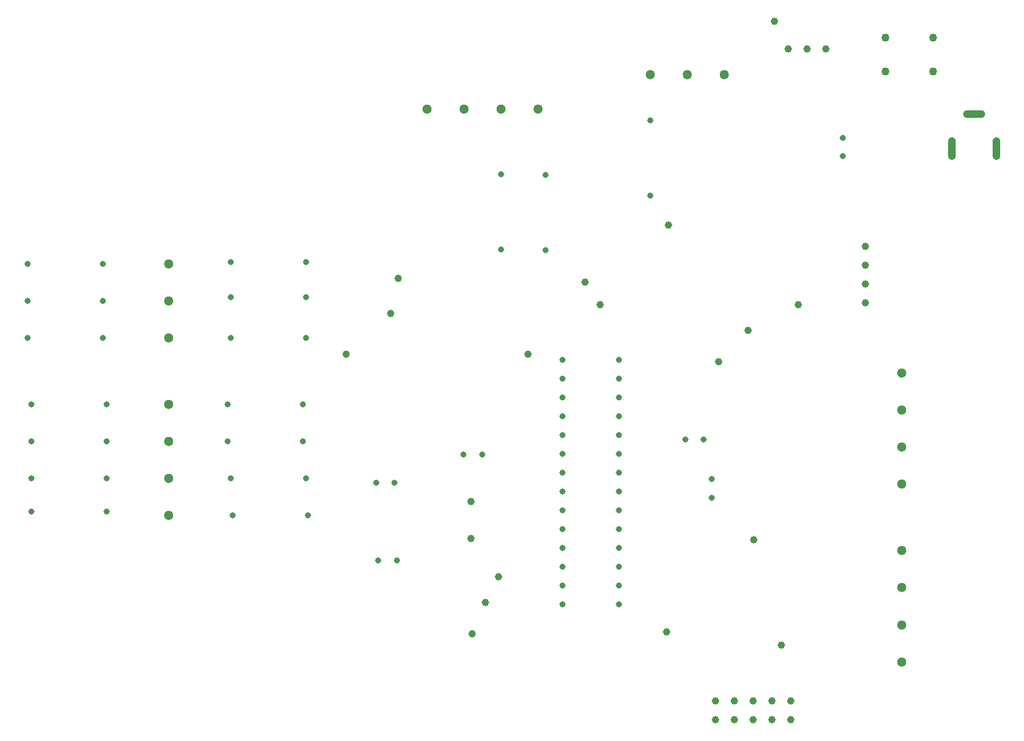
<source format=gbr>
%TF.GenerationSoftware,KiCad,Pcbnew,9.0.1*%
%TF.CreationDate,2025-09-08T03:32:08-04:00*%
%TF.ProjectId,SNAKE_GAME,534e414b-455f-4474-914d-452e6b696361,rev?*%
%TF.SameCoordinates,Original*%
%TF.FileFunction,Plated,1,2,PTH,Mixed*%
%TF.FilePolarity,Positive*%
%FSLAX46Y46*%
G04 Gerber Fmt 4.6, Leading zero omitted, Abs format (unit mm)*
G04 Created by KiCad (PCBNEW 9.0.1) date 2025-09-08 03:32:08*
%MOMM*%
%LPD*%
G01*
G04 APERTURE LIST*
%TA.AperFunction,ComponentDrill*%
%ADD10C,0.800000*%
%TD*%
%TA.AperFunction,ViaDrill*%
%ADD11C,1.000000*%
%TD*%
%TA.AperFunction,ComponentDrill*%
%ADD12C,1.000000*%
%TD*%
G04 aperture for slot hole*
%TA.AperFunction,ComponentDrill*%
%ADD13C,1.000000*%
%TD*%
%TA.AperFunction,ComponentDrill*%
%ADD14C,1.100000*%
%TD*%
%TA.AperFunction,ComponentDrill*%
%ADD15C,1.300000*%
%TD*%
G04 APERTURE END LIST*
D10*
%TO.C,R16*%
X13920000Y67250000D03*
%TO.C,R15*%
X13920000Y62250000D03*
%TO.C,R14*%
X13920000Y57250000D03*
%TO.C,R20*%
X14420000Y48250000D03*
%TO.C,R19*%
X14420000Y43250000D03*
%TO.C,R18*%
X14420000Y38250000D03*
%TO.C,R17*%
X14420000Y33750000D03*
%TO.C,R16*%
X24080000Y67250000D03*
%TO.C,R15*%
X24080000Y62250000D03*
%TO.C,R14*%
X24080000Y57250000D03*
%TO.C,R20*%
X24580000Y48250000D03*
%TO.C,R19*%
X24580000Y43250000D03*
%TO.C,R18*%
X24580000Y38250000D03*
%TO.C,R17*%
X24580000Y33750000D03*
%TO.C,R2*%
X40920000Y48250000D03*
%TO.C,R3*%
X40920000Y43250000D03*
%TO.C,R6*%
X41420000Y67500000D03*
%TO.C,R7*%
X41420000Y62750000D03*
%TO.C,R13*%
X41420000Y57250000D03*
%TO.C,R4*%
X41420000Y38250000D03*
%TO.C,R5*%
X41670000Y33250000D03*
%TO.C,R2*%
X51080000Y48250000D03*
%TO.C,R3*%
X51080000Y43250000D03*
%TO.C,R6*%
X51580000Y67500000D03*
%TO.C,R7*%
X51580000Y62750000D03*
%TO.C,R13*%
X51580000Y57250000D03*
%TO.C,R4*%
X51580000Y38250000D03*
%TO.C,R5*%
X51830000Y33250000D03*
%TO.C,C2*%
X61020113Y37640000D03*
%TO.C,C3*%
X61315000Y27140000D03*
%TO.C,C2*%
X63520113Y37640000D03*
%TO.C,C3*%
X63815000Y27140000D03*
%TO.C,C4*%
X72794888Y41500000D03*
X75294888Y41500000D03*
%TO.C,R21*%
X77875000Y79285000D03*
X77875000Y69125000D03*
%TO.C,R22*%
X83875000Y79205000D03*
X83875000Y69045000D03*
%TO.C,U1*%
X86195000Y54260000D03*
X86195000Y51720000D03*
X86195000Y49180000D03*
X86195000Y46640000D03*
X86195000Y44100000D03*
X86195000Y41560000D03*
X86195000Y39020000D03*
X86195000Y36480000D03*
X86195000Y33940000D03*
X86195000Y31400000D03*
X86195000Y28860000D03*
X86195000Y26320000D03*
X86195000Y23780000D03*
X86195000Y21240000D03*
X93815000Y54260000D03*
X93815000Y51720000D03*
X93815000Y49180000D03*
X93815000Y46640000D03*
X93815000Y44100000D03*
X93815000Y41560000D03*
X93815000Y39020000D03*
X93815000Y36480000D03*
X93815000Y33940000D03*
X93815000Y31400000D03*
X93815000Y28860000D03*
X93815000Y26320000D03*
X93815000Y23780000D03*
X93815000Y21240000D03*
%TO.C,R24*%
X98000000Y86580000D03*
X98000000Y76420000D03*
%TO.C,C5*%
X102750000Y43500000D03*
X105250000Y43500000D03*
%TO.C,C1*%
X106315000Y38140000D03*
X106315000Y35640000D03*
%TO.C,220UF1*%
X124000000Y84250000D03*
X124000000Y81750000D03*
%TD*%
D11*
X57000000Y55000000D03*
X63000000Y60500000D03*
X64000000Y65250000D03*
X74000000Y17250000D03*
X75750000Y21500000D03*
X77500000Y25000000D03*
X81500000Y55000000D03*
X89250000Y64750000D03*
X91250000Y61750000D03*
X100250000Y17500000D03*
X100500000Y72500000D03*
X107250000Y54000000D03*
X111250000Y58250000D03*
X112000000Y30000000D03*
X114750000Y100000000D03*
X115750000Y15750000D03*
X118000000Y61750000D03*
D12*
%TO.C,Y1*%
X73815000Y35140000D03*
X73815000Y30140000D03*
%TO.C,J4*%
X106840000Y8210000D03*
X106840000Y5670000D03*
X109380000Y8210000D03*
X109380000Y5670000D03*
X111920000Y8210000D03*
X111920000Y5670000D03*
X114460000Y8210000D03*
X114460000Y5670000D03*
%TO.C,J3*%
X116670000Y96250000D03*
%TO.C,J4*%
X117000000Y8210000D03*
X117000000Y5670000D03*
%TO.C,J3*%
X119210000Y96250000D03*
X121750000Y96250000D03*
%TO.C,J7*%
X127025000Y69550000D03*
X127025000Y67010000D03*
X127025000Y64470000D03*
X127025000Y61930000D03*
D13*
%TO.C,J11*%
X138750000Y83792500D02*
X138750000Y81792500D01*
X140750000Y87492500D02*
X142750000Y87492500D01*
X144750000Y83792500D02*
X144750000Y81792500D01*
D14*
%TO.C,SW1*%
X129750000Y97750000D03*
X129750000Y93250000D03*
X136250000Y97750000D03*
X136250000Y93250000D03*
D15*
%TO.C,J5*%
X33000000Y67250000D03*
X33000000Y62250000D03*
X33000000Y57250000D03*
%TO.C,J6*%
X33000000Y48250000D03*
X33000000Y43250000D03*
X33000000Y38250000D03*
X33000000Y33250000D03*
%TO.C,J8*%
X67875000Y88125000D03*
X72875000Y88125000D03*
X77875000Y88125000D03*
X82875000Y88125000D03*
%TO.C,J1*%
X98000000Y92750000D03*
X103000000Y92750000D03*
X108000000Y92750000D03*
%TO.C,J9*%
X132000000Y52490000D03*
X132000000Y47490000D03*
X132000000Y42490000D03*
X132000000Y37490000D03*
%TO.C,J10*%
X132000000Y28490000D03*
X132000000Y23490000D03*
X132000000Y18490000D03*
X132000000Y13490000D03*
M02*

</source>
